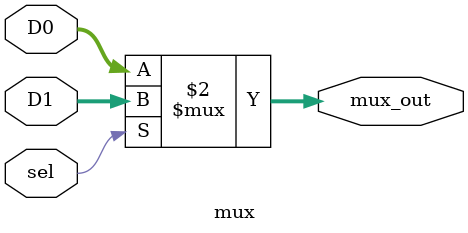
<source format=v>
module mux(
    input [1:0] D0,
    input [1:0] D1,
    input sel,
    output [1:0] mux_out
);

    assign mux_out = (sel == 1'b0) ? D0 : D1;

endmodule
</source>
